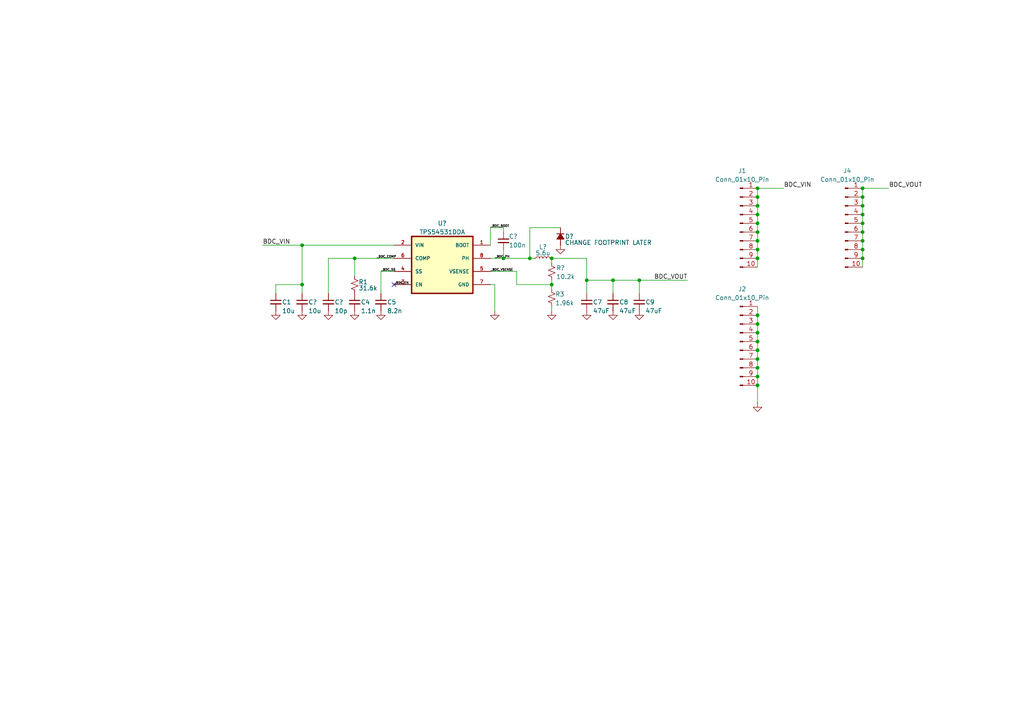
<source format=kicad_sch>
(kicad_sch (version 20250114) (generator "eeschema") (generator_version "9.0")
  (paper "A4")
  (lib_symbols
    (symbol "Connector:Conn_01x10_Pin" (pin_names (offset 1.016) (hide yes))
      (property "Reference" "J" (at 0 12.7 0))
      (property "Value" "Conn_01x10_Pin" (at 0 -15.24 0))
      (symbol "Conn_01x10_Pin_1_1"
        (rectangle (start 0.8636 10.287) (end 0 10.033) (stroke (width 0.1524)) (fill (type outline)))
        (rectangle (start 0.8636 7.747) (end 0 7.493) (stroke (width 0.1524)) (fill (type outline)))
        (rectangle (start 0.8636 5.207) (end 0 4.953) (stroke (width 0.1524)) (fill (type outline)))
        (rectangle (start 0.8636 2.667) (end 0 2.413) (stroke (width 0.1524)) (fill (type outline)))
        (rectangle (start 0.8636 0.127) (end 0 -0.127) (stroke (width 0.1524)) (fill (type outline)))
        (rectangle (start 0.8636 -2.413) (end 0 -2.667) (stroke (width 0.1524)) (fill (type outline)))
        (rectangle (start 0.8636 -4.953) (end 0 -5.207) (stroke (width 0.1524)) (fill (type outline)))
        (rectangle (start 0.8636 -7.493) (end 0 -7.747) (stroke (width 0.1524)) (fill (type outline)))
        (rectangle (start 0.8636 -10.033) (end 0 -10.287) (stroke (width 0.1524)) (fill (type outline)))
        (rectangle (start 0.8636 -12.573) (end 0 -12.827) (stroke (width 0.1524)) (fill (type outline)))
        (polyline (pts (xy 1.27 10.16) (xy 0.8636 10.16)) (stroke (width 0.1524)))
        (polyline (pts (xy 1.27 7.62) (xy 0.8636 7.62)) (stroke (width 0.1524)))
        (polyline (pts (xy 1.27 5.08) (xy 0.8636 5.08)) (stroke (width 0.1524)))
        (polyline (pts (xy 1.27 2.54) (xy 0.8636 2.54)) (stroke (width 0.1524)))
        (polyline (pts (xy 1.27 0) (xy 0.8636 0)) (stroke (width 0.1524)))
        (polyline (pts (xy 1.27 -2.54) (xy 0.8636 -2.54)) (stroke (width 0.1524)))
        (polyline (pts (xy 1.27 -5.08) (xy 0.8636 -5.08)) (stroke (width 0.1524)))
        (polyline (pts (xy 1.27 -7.62) (xy 0.8636 -7.62)) (stroke (width 0.1524)))
        (polyline (pts (xy 1.27 -10.16) (xy 0.8636 -10.16)) (stroke (width 0.1524)))
        (polyline (pts (xy 1.27 -12.7) (xy 0.8636 -12.7)) (stroke (width 0.1524)))
        (pin passive line (at 5.08 10.16 180) (length 3.81) (name "Pin_1") (number "1"))
        (pin passive line (at 5.08 7.62 180) (length 3.81) (name "Pin_2") (number "2"))
        (pin passive line (at 5.08 5.08 180) (length 3.81) (name "Pin_3") (number "3"))
        (pin passive line (at 5.08 2.54 180) (length 3.81) (name "Pin_4") (number "4"))
        (pin passive line (at 5.08 0 180) (length 3.81) (name "Pin_5") (number "5"))
        (pin passive line (at 5.08 -2.54 180) (length 3.81) (name "Pin_6") (number "6"))
        (pin passive line (at 5.08 -5.08 180) (length 3.81) (name "Pin_7") (number "7"))
        (pin passive line (at 5.08 -7.62 180) (length 3.81) (name "Pin_8") (number "8"))
        (pin passive line (at 5.08 -10.16 180) (length 3.81) (name "Pin_9") (number "9"))
        (pin passive line (at 5.08 -12.7 180) (length 3.81) (name "Pin_10") (number "10"))
      )
    )
    (symbol "Device:C_Small" (pin_numbers (hide yes)) (pin_names (offset 0.254) (hide yes))
      (property "Reference" "C" (at 0.254 1.778 0))
      (property "Value" "C_Small" (at 0.254 -2.032 0))
      (symbol "C_Small_0_1"
        (polyline (pts (xy -1.524 0.508) (xy 1.524 0.508)) (stroke (width 0.3048)))
        (polyline (pts (xy -1.524 -0.508) (xy 1.524 -0.508)) (stroke (width 0.3302)))
      )
      (symbol "C_Small_1_1"
        (pin passive line (at 0 2.54 270) (length 2.032) (name "~") (number "1"))
        (pin passive line (at 0 -2.54 90) (length 2.032) (name "~") (number "2"))
      )
    )
    (symbol "Device:D_Small_Filled" (pin_numbers (hide yes)) (pin_names (offset 0.254) (hide yes))
      (property "Reference" "D" (at -1.27 2.032 0))
      (property "Value" "D_Small_Filled" (at -3.81 -2.032 0))
      (symbol "D_Small_Filled_0_1"
        (polyline (pts (xy -0.762 0) (xy 0.762 0)))
        (polyline (pts (xy -0.762 -1.016) (xy -0.762 1.016)) (stroke (width 0.254)))
        (polyline (pts (xy 0.762 -1.016) (xy -0.762 0) (xy 0.762 1.016) (xy 0.762 -1.016)) (stroke (width 0.254)) (fill (type outline)))
      )
      (symbol "D_Small_Filled_1_1"
        (pin passive line (at -2.54 0 0) (length 1.778) (name "K") (number "1"))
        (pin passive line (at 2.54 0 180) (length 1.778) (name "A") (number "2"))
      )
    )
    (symbol "Device:L_Small" (pin_numbers (hide yes)) (pin_names (offset 0.254) (hide yes))
      (property "Reference" "L" (at 0.762 1.016 0))
      (property "Value" "L_Small" (at 0.762 -1.016 0))
      (symbol "L_Small_0_1"
        (arc (start 0 2.032) (mid 0.5058 1.524) (end 0 1.016))
        (arc (start 0 1.016) (mid 0.5058 0.508) (end 0 0))
        (arc (start 0 0) (mid 0.5058 -0.508) (end 0 -1.016))
        (arc (start 0 -1.016) (mid 0.5058 -1.524) (end 0 -2.032))
      )
      (symbol "L_Small_1_1"
        (pin passive line (at 0 2.54 270) (length 0.508) (name "~") (number "1"))
        (pin passive line (at 0 -2.54 90) (length 0.508) (name "~") (number "2"))
      )
    )
    (symbol "Device:R_Small_US" (pin_numbers (hide yes)) (pin_names (offset 0.254) (hide yes))
      (property "Reference" "R" (at 0.762 0.508 0))
      (property "Value" "R_Small_US" (at 0.762 -1.016 0))
      (symbol "R_Small_US_1_1"
        (polyline (pts (xy 0 1.524) (xy 1.016 1.143) (xy 0 0.762) (xy -1.016 0.381) (xy 0 0)))
        (polyline (pts (xy 0 0) (xy 1.016 -0.381) (xy 0 -0.762) (xy -1.016 -1.143) (xy 0 -1.524)))
        (pin passive line (at 0 2.54 270) (length 1.016) (name "~") (number "1"))
        (pin passive line (at 0 -2.54 90) (length 1.016) (name "~") (number "2"))
      )
    )
    (symbol "TPS54531DDA:TPS54531DDA" (pin_names (offset 1.016))
      (property "Reference" "U" (at -0.762 9.652 0))
      (property "Value" "TPS54531DDA" (at -6.604 7.874 0))
      (symbol "TPS54531DDA_0_0"
        (rectangle (start -8.89 7.62) (end 8.89 -8.89) (stroke (width 0.41)) (fill (type background)))
        (pin input line (at -13.97 5.08 0) (length 5.08) (name "VIN") (number "2"))
        (pin output line (at -13.97 1.27 0) (length 5.08) (name "COMP") (number "6"))
        (pin input line (at -13.97 -2.54 0) (length 5.08) (name "SS") (number "4"))
        (pin input line (at -13.97 -6.35 0) (length 5.08) (name "EN") (number "3"))
        (pin output line (at 13.97 5.08 180) (length 5.08) (name "BOOT") (number "1"))
        (pin output line (at 13.97 1.27 180) (length 5.08) (name "PH") (number "8"))
        (pin input line (at 13.97 -2.54 180) (length 5.08) (name "VSENSE") (number "5"))
        (pin power_in line (at 13.97 -6.35 180) (length 5.08) (name "GND") (number "7"))
      )
    )
    (symbol "power:GND" (power) (pin_numbers (hide yes)) (pin_names (offset 0) (hide yes))
      (property "Value" "GND" (at 0 -3.81 0))
      (symbol "GND_0_1"
        (polyline (pts (xy 0 0) (xy 0 -1.27) (xy 1.27 -1.27) (xy 0 -2.54) (xy -1.27 -1.27) (xy 0 -1.27)))
      )
      (symbol "GND_1_1"
        (pin power_in line (at 0 0 270) (length 0) (name "~") (number "1"))
      )
    )
  )
  (junction (at 219.71 104.14))
  (junction (at 250.19 57.15))
  (junction (at 219.71 54.61))
  (junction (at 160.02 74.93))
  (junction (at 219.71 57.15))
  (junction (at 177.8 81.28))
  (junction (at 219.71 111.76))
  (junction (at 219.71 101.6))
  (junction (at 219.71 59.69))
  (junction (at 250.19 67.31))
  (junction (at 250.19 59.69))
  (junction (at 219.71 74.93))
  (junction (at 250.19 69.85))
  (junction (at 250.19 64.77))
  (junction (at 219.71 62.23))
  (junction (at 219.71 99.06))
  (junction (at 219.71 72.39))
  (junction (at 87.63 82.55))
  (junction (at 219.71 69.85))
  (junction (at 146.05 74.93))
  (junction (at 250.19 74.93))
  (junction (at 219.71 93.98))
  (junction (at 102.87 74.93))
  (junction (at 219.71 64.77))
  (junction (at 250.19 72.39))
  (junction (at 250.19 54.61))
  (junction (at 250.19 62.23))
  (junction (at 153.67 74.93))
  (junction (at 219.71 91.44))
  (junction (at 160.02 82.55))
  (junction (at 87.63 71.12))
  (junction (at 219.71 96.52))
  (junction (at 219.71 109.22))
  (junction (at 185.42 81.28))
  (junction (at 219.71 106.68))
  (junction (at 219.71 67.31))
  (junction (at 170.18 81.28))
  (no_connect (at 114.3 82.55))
  (wire (pts (xy 149.86 78.74) (xy 149.86 82.55)))
  (wire (pts (xy 250.19 67.31) (xy 250.19 69.85)))
  (wire (pts (xy 153.67 66.04) (xy 153.67 74.93)))
  (wire (pts (xy 250.19 72.39) (xy 250.19 74.93)))
  (wire (pts (xy 250.19 54.61) (xy 250.19 57.15)))
  (wire (pts (xy 170.18 81.28) (xy 170.18 74.93)))
  (wire (pts (xy 219.71 72.39) (xy 219.71 74.93)))
  (wire (pts (xy 170.18 85.09) (xy 170.18 81.28)))
  (wire (pts (xy 219.71 74.93) (xy 219.71 77.47)))
  (wire (pts (xy 87.63 71.12) (xy 114.3 71.12)))
  (wire (pts (xy 146.05 74.93) (xy 153.67 74.93)))
  (wire (pts (xy 219.71 62.23) (xy 219.71 64.77)))
  (wire (pts (xy 160.02 90.17) (xy 160.02 88.9)))
  (wire (pts (xy 170.18 74.93) (xy 160.02 74.93)))
  (wire (pts (xy 185.42 85.09) (xy 185.42 81.28)))
  (wire (pts (xy 250.19 69.85) (xy 250.19 72.39)))
  (wire (pts (xy 160.02 74.93) (xy 160.02 76.2)))
  (wire (pts (xy 80.01 82.55) (xy 80.01 85.09)))
  (wire (pts (xy 219.71 93.98) (xy 219.71 96.52)))
  (wire (pts (xy 199.39 81.28) (xy 185.42 81.28)))
  (wire (pts (xy 102.87 74.93) (xy 114.3 74.93)))
  (wire (pts (xy 250.19 64.77) (xy 250.19 67.31)))
  (wire (pts (xy 142.24 66.04) (xy 142.24 71.12)))
  (wire (pts (xy 250.19 59.69) (xy 250.19 62.23)))
  (wire (pts (xy 160.02 81.28) (xy 160.02 82.55)))
  (wire (pts (xy 219.71 111.76) (xy 219.71 116.84)))
  (wire (pts (xy 87.63 82.55) (xy 87.63 85.09)))
  (wire (pts (xy 146.05 74.93) (xy 146.05 72.39)))
  (wire (pts (xy 219.71 69.85) (xy 219.71 72.39)))
  (wire (pts (xy 177.8 81.28) (xy 170.18 81.28)))
  (wire (pts (xy 153.67 66.04) (xy 162.56 66.04)))
  (wire (pts (xy 219.71 96.52) (xy 219.71 99.06)))
  (wire (pts (xy 219.71 88.9) (xy 219.71 91.44)))
  (wire (pts (xy 250.19 57.15) (xy 250.19 59.69)))
  (wire (pts (xy 142.24 74.93) (xy 146.05 74.93)))
  (wire (pts (xy 219.71 101.6) (xy 219.71 104.14)))
  (wire (pts (xy 95.25 74.93) (xy 102.87 74.93)))
  (wire (pts (xy 95.25 85.09) (xy 95.25 74.93)))
  (wire (pts (xy 110.49 85.09) (xy 110.49 78.74)))
  (wire (pts (xy 87.63 71.12) (xy 87.63 82.55)))
  (wire (pts (xy 110.49 78.74) (xy 114.3 78.74)))
  (wire (pts (xy 143.51 90.17) (xy 143.51 82.55)))
  (wire (pts (xy 143.51 82.55) (xy 142.24 82.55)))
  (wire (pts (xy 219.71 106.68) (xy 219.71 109.22)))
  (wire (pts (xy 250.19 62.23) (xy 250.19 64.77)))
  (wire (pts (xy 219.71 104.14) (xy 219.71 106.68)))
  (wire (pts (xy 153.67 74.93) (xy 154.94 74.93)))
  (wire (pts (xy 219.71 54.61) (xy 219.71 57.15)))
  (wire (pts (xy 149.86 82.55) (xy 160.02 82.55)))
  (wire (pts (xy 257.81 54.61) (xy 250.19 54.61)))
  (wire (pts (xy 219.71 64.77) (xy 219.71 67.31)))
  (wire (pts (xy 76.2 71.12) (xy 87.63 71.12)))
  (wire (pts (xy 146.05 66.04) (xy 142.24 66.04)))
  (wire (pts (xy 146.05 67.31) (xy 146.05 66.04)))
  (wire (pts (xy 160.02 82.55) (xy 160.02 83.82)))
  (wire (pts (xy 219.71 91.44) (xy 219.71 93.98)))
  (wire (pts (xy 87.63 82.55) (xy 80.01 82.55)))
  (wire (pts (xy 177.8 81.28) (xy 185.42 81.28)))
  (wire (pts (xy 219.71 54.61) (xy 227.33 54.61)))
  (wire (pts (xy 177.8 81.28) (xy 177.8 85.09)))
  (wire (pts (xy 219.71 57.15) (xy 219.71 59.69)))
  (wire (pts (xy 219.71 109.22) (xy 219.71 111.76)))
  (wire (pts (xy 219.71 99.06) (xy 219.71 101.6)))
  (wire (pts (xy 219.71 67.31) (xy 219.71 69.85)))
  (wire (pts (xy 142.24 78.74) (xy 149.86 78.74)))
  (wire (pts (xy 219.71 59.69) (xy 219.71 62.23)))
  (wire (pts (xy 250.19 74.93) (xy 250.19 77.47)))
  (wire (pts (xy 102.87 74.93) (xy 102.87 80.01)))
  (label "_BDC_VSENSE" (at 142.24 78.74 0) (effects (font (size 0.635 0.635))))
  (label "_BDC_COMP" (at 109.22 74.93 0) (effects (font (size 0.635 0.635))))
  (label "BDC_VOUT" (at 257.81 54.61 0))
  (label "BDC_VIN" (at 227.33 54.61 0))
  (label "_BDC_BOOT" (at 142.24 66.04 0) (effects (font (size 0.635 0.635))))
  (label "BDC_VIN" (at 76.2 71.12 0))
  (label "_BDC_PH" (at 143.51 74.93 0) (effects (font (size 0.635 0.635))))
  (label "BDC_VOUT" (at 199.39 81.28 180))
  (label "_BDC_SS" (at 110.49 78.74 0) (effects (font (size 0.635 0.635))))
  (label "_BDC_EN" (at 114.3 82.55 0) (effects (font (size 0.635 0.635))))
  (symbol (lib_id "Connector:Conn_01x10_Pin") (at 214.63 64.77 0) (unit 1)
    (property "Reference" "J1" (at 215.265 49.53 0))
    (property "Value" "Conn_01x10_Pin" (at 215.265 52.07 0))
    (property "Footprint" "Connector_PinHeader_2.54mm:PinHeader_1x10_P2.54mm_Vertical" (effects (hide yes)))
    (property "Description" "Generic connector, single row, 01x10, script generated" (effects (hide yes)))
  )
  (symbol (lib_id "Device:C_Small") (at 110.49 87.63 0) (unit 1)
    (property "Reference" "C5" (at 112.268 87.63 0) (effects (justify left)))
    (property "Value" "8.2n" (at 112.268 90.17 0) (effects (justify left)))
    (property "Footprint" "Capacitor_SMD:C_0805_2012Metric" (effects (hide yes)))
    (property "Description" "Unpolarized capacitor, small symbol" (effects (hide yes)))
  )
  (symbol (lib_id "power:GND") (at 87.63 90.17 0) (unit 1)
    (property "Reference" "#PWR019" (effects (hide yes)))
    (property "Value" "GND" (effects (hide yes)))
    (property "Description" "Power symbol creates a global label with name \"GND\" , ground" (effects (hide yes)))
  )
  (symbol (lib_id "Device:C_Small") (at 185.42 87.63 0) (unit 1)
    (property "Reference" "C9" (at 187.198 87.63 0) (effects (justify left)))
    (property "Value" "47uF" (at 187.198 90.17 0) (effects (justify left)))
    (property "Footprint" "Capacitor_SMD:C_0805_2012Metric" (effects (hide yes)))
    (property "Description" "Unpolarized capacitor, small symbol" (effects (hide yes)))
  )
  (symbol (lib_id "power:GND") (at 95.25 90.17 0) (unit 1)
    (property "Reference" "#PWR021" (effects (hide yes)))
    (property "Value" "GND" (effects (hide yes)))
    (property "Description" "Power symbol creates a global label with name \"GND\" , ground" (effects (hide yes)))
  )
  (symbol (lib_id "Device:C_Small") (at 95.25 87.63 0) (unit 1)
    (property "Reference" "C3" (at 97.028 87.63 0) (effects (justify left)))
    (property "Value" "10p" (at 97.028 90.17 0) (effects (justify left)))
    (property "Footprint" "Capacitor_SMD:C_0805_2012Metric" (effects (hide yes)))
    (property "Description" "Unpolarized capacitor, small symbol" (effects (hide yes)))
    (instances (project "" (path "" (reference "C?") (unit 1)) (path "" (reference "C3") (unit 1))))
  )
  (symbol (lib_id "Connector:Conn_01x10_Pin") (at 245.11 64.77 0) (unit 1)
    (property "Reference" "J4" (at 245.745 49.53 0))
    (property "Value" "Conn_01x10_Pin" (at 245.745 52.07 0))
    (property "Footprint" "Connector_PinHeader_2.54mm:PinHeader_1x10_P2.54mm_Vertical" (effects (hide yes)))
    (property "Description" "Generic connector, single row, 01x10, script generated" (effects (hide yes)))
  )
  (symbol (lib_id "power:GND") (at 170.18 90.17 0) (unit 1)
    (property "Reference" "#PWR013" (effects (hide yes)))
    (property "Value" "GND" (effects (hide yes)))
    (property "Description" "Power symbol creates a global label with name \"GND\" , ground" (effects (hide yes)))
  )
  (symbol (lib_id "power:GND") (at 160.02 90.17 0) (unit 1)
    (property "Reference" "#PWR014" (effects (hide yes)))
    (property "Value" "GND" (effects (hide yes)))
    (property "Description" "Power symbol creates a global label with name \"GND\" , ground" (effects (hide yes)))
  )
  (symbol (lib_id "Device:C_Small") (at 87.63 87.63 0) (unit 1)
    (property "Reference" "C2" (at 89.408 87.63 0) (effects (justify left)))
    (property "Value" "10u" (at 89.408 90.17 0) (effects (justify left)))
    (property "Footprint" "Capacitor_SMD:C_0805_2012Metric" (effects (hide yes)))
    (property "Description" "Unpolarized capacitor, small symbol" (effects (hide yes)))
    (instances (project "" (path "" (reference "C?") (unit 1)) (path "" (reference "C2") (unit 1))))
  )
  (symbol (lib_id "Device:R_Small_US") (at 160.02 86.36 0) (unit 1)
    (property "Reference" "R3" (at 161.036 85.344 0) (effects (justify left)))
    (property "Value" "1.96k" (at 161.036 87.884 0) (effects (justify left)))
    (property "Footprint" "Resistor_SMD:R_0805_2012Metric" (effects (hide yes)))
    (property "Description" "Resistor, small US symbol" (effects (hide yes)))
  )
  (symbol (lib_id "power:GND") (at 177.8 90.17 0) (unit 1)
    (property "Reference" "#PWR012" (effects (hide yes)))
    (property "Value" "GND" (effects (hide yes)))
    (property "Description" "Power symbol creates a global label with name \"GND\" , ground" (effects (hide yes)))
  )
  (symbol (lib_id "power:GND") (at 219.71 116.84 0) (unit 1)
    (property "Reference" "#PWR016" (effects (hide yes)))
    (property "Value" "GND" (effects (hide yes)))
    (property "Description" "Power symbol creates a global label with name \"GND\" , ground" (effects (hide yes)))
  )
  (symbol (lib_id "power:GND") (at 102.87 90.17 0) (unit 1)
    (property "Reference" "#PWR022" (effects (hide yes)))
    (property "Value" "GND" (effects (hide yes)))
    (property "Description" "Power symbol creates a global label with name \"GND\" , ground" (effects (hide yes)))
  )
  (symbol (lib_id "Device:R_Small_US") (at 160.02 78.74 0) (unit 1)
    (property "Reference" "R11" (at 161.29 77.724 0) (effects (justify left)))
    (property "Value" "10.2k" (at 161.29 80.264 0) (effects (justify left)))
    (property "Footprint" "Resistor_SMD:R_0805_2012Metric" (effects (hide yes)))
    (property "Description" "Resistor, small US symbol" (effects (hide yes)))
    (instances (project "" (path "" (reference "R?") (unit 1)) (path "" (reference "R11") (unit 1))))
  )
  (symbol (lib_id "power:GND") (at 143.51 90.17 0) (unit 1)
    (property "Reference" "#PWR015" (effects (hide yes)))
    (property "Value" "GND" (effects (hide yes)))
    (property "Description" "Power symbol creates a global label with name \"GND\" , ground" (effects (hide yes)))
  )
  (symbol (lib_id "Device:L_Small") (at 157.48 74.93 90) (unit 1)
    (property "Reference" "L1" (at 157.48 71.628 90))
    (property "Value" "5.6u" (at 157.48 73.406 90))
    (property "Footprint" "Inductor_SMD:L_APV_ANR4018" (effects (hide yes)))
    (property "Description" "Inductor, small symbol" (effects (hide yes)))
    (instances (project "" (path "" (reference "L?") (unit 1)) (path "" (reference "L1") (unit 1))))
  )
  (symbol (lib_id "power:GND") (at 80.01 90.17 0) (unit 1)
    (property "Reference" "#PWR018" (effects (hide yes)))
    (property "Value" "GND" (effects (hide yes)))
    (property "Description" "Power symbol creates a global label with name \"GND\" , ground" (effects (hide yes)))
  )
  (symbol (lib_id "TPS54531DDA:TPS54531DDA") (at 128.27 76.2 0) (unit 1)
    (property "Reference" "U1" (at 128.27 64.77 0))
    (property "Value" "TPS54531DDA" (at 128.27 67.31 0))
    (property "Footprint" "footprints:VREG_LM5017MR_NOPB" (effects (hide yes)))
    (instances (project "" (path "" (reference "U?") (unit 1)) (path "" (reference "U1") (unit 1))))
  )
  (symbol (lib_id "Connector:Conn_01x10_Pin") (at 214.63 99.06 0) (unit 1)
    (property "Reference" "J2" (at 215.265 83.82 0))
    (property "Value" "Conn_01x10_Pin" (at 215.265 86.36 0))
    (property "Footprint" "Connector_PinHeader_2.54mm:PinHeader_1x10_P2.54mm_Vertical" (effects (hide yes)))
    (property "Description" "Generic connector, single row, 01x10, script generated" (effects (hide yes)))
  )
  (symbol (lib_id "Device:C_Small") (at 170.18 87.63 0) (unit 1)
    (property "Reference" "C7" (at 171.958 87.63 0) (effects (justify left)))
    (property "Value" "47uF" (at 171.958 90.17 0) (effects (justify left)))
    (property "Footprint" "Capacitor_SMD:C_0805_2012Metric" (effects (hide yes)))
    (property "Description" "Unpolarized capacitor, small symbol" (effects (hide yes)))
  )
  (symbol (lib_id "power:GND") (at 162.56 71.12 0) (unit 1)
    (property "Reference" "#PWR017" (effects (hide yes)))
    (property "Value" "GND" (effects (hide yes)))
    (property "Description" "Power symbol creates a global label with name \"GND\" , ground" (effects (hide yes)))
  )
  (symbol (lib_id "Device:R_Small_US") (at 102.87 82.55 180) (unit 1)
    (property "Reference" "R1" (at 106.68 81.788 0) (effects (justify left)))
    (property "Value" "31.6k" (at 109.474 83.566 0) (effects (justify left)))
    (property "Footprint" "Resistor_SMD:R_0805_2012Metric" (effects (hide yes)))
    (property "Description" "Resistor, small US symbol" (effects (hide yes)))
  )
  (symbol (lib_id "Device:C_Small") (at 102.87 87.63 0) (unit 1)
    (property "Reference" "C4" (at 104.648 87.63 0) (effects (justify left)))
    (property "Value" "1.1n" (at 104.648 90.17 0) (effects (justify left)))
    (property "Footprint" "Capacitor_SMD:C_0805_2012Metric" (effects (hide yes)))
    (property "Description" "Unpolarized capacitor, small symbol" (effects (hide yes)))
  )
  (symbol (lib_id "Device:D_Small_Filled") (at 162.56 68.58 270) (unit 1)
    (property "Reference" "D1" (at 163.83 68.58 90) (effects (justify left)))
    (property "Value" "CHANGE FOOTPRINT LATER" (at 163.83 70.358 90) (effects (justify left)))
    (property "Footprint" "Diode_SMD:D_0805_2012Metric" (effects (hide yes)))
    (property "Description" "Diode, small symbol, filled shape" (effects (hide yes)))
    (property "Sim.Device" "D" (effects (hide yes)))
    (property "Sim.Pins" "1=K 2=A" (effects (hide yes)))
    (instances (project "" (path "" (reference "D?") (unit 1)) (path "" (reference "D1") (unit 1))))
  )
  (symbol (lib_id "power:GND") (at 185.42 90.17 0) (unit 1)
    (property "Reference" "#PWR011" (effects (hide yes)))
    (property "Value" "GND" (effects (hide yes)))
    (property "Description" "Power symbol creates a global label with name \"GND\" , ground" (effects (hide yes)))
  )
  (symbol (lib_id "Device:C_Small") (at 177.8 87.63 0) (unit 1)
    (property "Reference" "C8" (at 179.578 87.63 0) (effects (justify left)))
    (property "Value" "47uF" (at 179.578 90.17 0) (effects (justify left)))
    (property "Footprint" "Capacitor_SMD:C_0805_2012Metric" (effects (hide yes)))
    (property "Description" "Unpolarized capacitor, small symbol" (effects (hide yes)))
  )
  (symbol (lib_id "Device:C_Small") (at 146.05 69.85 0) (unit 1)
    (property "Reference" "C20" (at 147.574 68.58 0) (effects (justify left)))
    (property "Value" "100n" (at 147.574 71.12 0) (effects (justify left)))
    (property "Footprint" "Capacitor_SMD:C_0805_2012Metric" (effects (hide yes)))
    (property "Description" "Unpolarized capacitor, small symbol" (effects (hide yes)))
    (instances (project "" (path "" (reference "C?") (unit 1)) (path "" (reference "C20") (unit 1))))
  )
  (symbol (lib_id "Device:C_Small") (at 80.01 87.63 0) (unit 1)
    (property "Reference" "C1" (at 81.788 87.63 0) (effects (justify left)))
    (property "Value" "10u" (at 81.788 90.17 0) (effects (justify left)))
    (property "Footprint" "Capacitor_SMD:C_0805_2012Metric" (effects (hide yes)))
    (property "Description" "Unpolarized capacitor, small symbol" (effects (hide yes)))
  )
  (symbol (lib_id "power:GND") (at 110.49 90.17 0) (unit 1)
    (property "Reference" "#PWR024" (effects (hide yes)))
    (property "Value" "GND" (effects (hide yes)))
    (property "Description" "Power symbol creates a global label with name \"GND\" , ground" (effects (hide yes)))
  )
)
</source>
